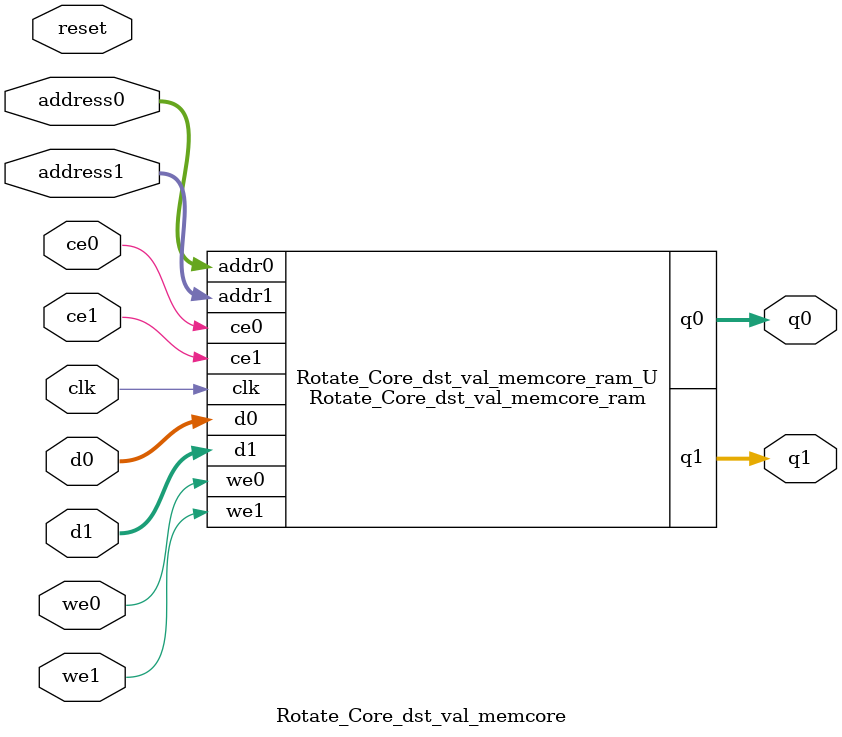
<source format=v>

`timescale 1 ns / 1 ps
module Rotate_Core_dst_val_memcore_ram (addr0, ce0, d0, we0, q0, addr1, ce1, d1, we1, q1,  clk);

parameter DWIDTH = 8;
parameter AWIDTH = 17;
parameter MEM_SIZE = 131072;

input[AWIDTH-1:0] addr0;
input ce0;
input[DWIDTH-1:0] d0;
input we0;
output reg[DWIDTH-1:0] q0;
input[AWIDTH-1:0] addr1;
input ce1;
input[DWIDTH-1:0] d1;
input we1;
output reg[DWIDTH-1:0] q1;
input clk;

(* ram_style = "block" *)reg [DWIDTH-1:0] ram[0:MEM_SIZE-1];




always @(posedge clk)  
begin 
    if (ce0) 
    begin
        if (we0) 
        begin 
            ram[addr0] <= d0; 
            q0 <= d0;
        end 
        else 
            q0 <= ram[addr0];
    end
end


always @(posedge clk)  
begin 
    if (ce1) 
    begin
        if (we1) 
        begin 
            ram[addr1] <= d1; 
            q1 <= d1;
        end 
        else 
            q1 <= ram[addr1];
    end
end


endmodule


`timescale 1 ns / 1 ps
module Rotate_Core_dst_val_memcore(
    reset,
    clk,
    address0,
    ce0,
    we0,
    d0,
    q0,
    address1,
    ce1,
    we1,
    d1,
    q1);

parameter DataWidth = 32'd8;
parameter AddressRange = 32'd131072;
parameter AddressWidth = 32'd17;
input reset;
input clk;
input[AddressWidth - 1:0] address0;
input ce0;
input we0;
input[DataWidth - 1:0] d0;
output[DataWidth - 1:0] q0;
input[AddressWidth - 1:0] address1;
input ce1;
input we1;
input[DataWidth - 1:0] d1;
output[DataWidth - 1:0] q1;



Rotate_Core_dst_val_memcore_ram Rotate_Core_dst_val_memcore_ram_U(
    .clk( clk ),
    .addr0( address0 ),
    .ce0( ce0 ),
    .we0( we0 ),
    .d0( d0 ),
    .q0( q0 ),
    .addr1( address1 ),
    .ce1( ce1 ),
    .we1( we1 ),
    .d1( d1 ),
    .q1( q1 ));

endmodule


</source>
